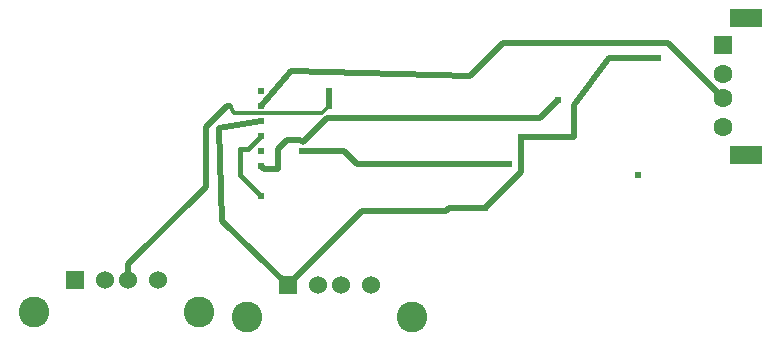
<source format=gbl>
G04 Layer: BottomLayer*
G04 EasyEDA v6.5.44, 2024-07-15 21:32:29*
G04 Gerber Generator version 0.2*
G04 Scale: 100 percent, Rotated: No, Reflected: No *
G04 Dimensions in millimeters *
G04 leading zeros omitted , absolute positions ,4 integer and 5 decimal *
%FSLAX45Y45*%
%MOMM*%

%ADD10C,0.5000*%
%ADD11C,0.4000*%
%ADD12C,0.3000*%
%ADD13R,2.8000X1.6000*%
%ADD14R,1.6000X1.6000*%
%ADD15C,1.6000*%
%ADD16C,2.6000*%
%ADD17C,1.5240*%
%ADD18R,1.5240X1.5240*%
%ADD19C,0.6200*%

%LPD*%
D10*
X2298700Y6464300D02*
G01*
X2273300Y6464300D01*
X2095500Y6286500D01*
X2095500Y5778500D01*
X1441450Y5124450D01*
X1441450Y4986781D01*
X4614418Y6995668D02*
G01*
X4337050Y6718300D01*
X2819400Y6756400D01*
X2565400Y6464300D01*
D11*
X2565400Y6210300D02*
G01*
X2451100Y6096000D01*
X2387600Y6096000D01*
X2387600Y5880100D01*
X2565400Y5702300D01*
D10*
X2565400Y6337300D02*
G01*
X2209800Y6273800D01*
X2230374Y5490718D01*
X2794761Y4948681D01*
X5211886Y6197600D02*
G01*
X5211886Y6469189D01*
X5511800Y6870700D01*
X5921159Y6870700D01*
X2565400Y5956300D02*
G01*
X2590800Y5930900D01*
X2705100Y5930900D01*
X5081270Y6515100D02*
G01*
X4928870Y6362700D01*
X3124200Y6362700D01*
X2915920Y6154420D01*
X2897886Y6172200D01*
X2781300Y6172200D01*
X2705100Y6096000D01*
X2705100Y5930900D01*
X2908300Y6083300D02*
G01*
X3263900Y6083300D01*
X3378200Y5969000D01*
X4660900Y5969000D01*
X5211886Y6197600D02*
G01*
X4764148Y6197600D01*
X3139897Y6591300D02*
G01*
X3139897Y6464300D01*
X6473697Y6529323D02*
G01*
X6005575Y6997700D01*
X4614418Y6995668D01*
X4459350Y5600700D02*
G01*
X4764150Y5905500D01*
X4764150Y6197600D01*
X4127500Y5575300D02*
G01*
X4152900Y5600700D01*
X4459350Y5600700D01*
X2794736Y4948796D02*
G01*
X3421240Y5575300D01*
X4127500Y5575300D01*
D12*
X3139947Y6464300D02*
G01*
X3076447Y6400800D01*
X2336800Y6400800D01*
X2298700Y6464300D01*
D13*
G01*
X6673748Y6049390D03*
G01*
X6673748Y7209409D03*
D14*
G01*
X6473748Y6979386D03*
D15*
G01*
X6473748Y6729399D03*
G01*
X6473748Y6529400D03*
G01*
X6473748Y6279387D03*
D16*
G01*
X2444750Y4677790D03*
G01*
X3844747Y4677790D03*
D17*
G01*
X3494735Y4948783D03*
G01*
X3244748Y4948783D03*
G01*
X3044748Y4948783D03*
D18*
G01*
X2794736Y4948783D03*
D16*
G01*
X641350Y4715890D03*
G01*
X2041347Y4715890D03*
D17*
G01*
X1691335Y4986883D03*
G01*
X1441348Y4986883D03*
G01*
X1241348Y4986883D03*
D18*
G01*
X991336Y4986883D03*
D19*
G01*
X2794736Y4948783D03*
G01*
X2565400Y6337300D03*
G01*
X2565400Y6210300D03*
G01*
X2565400Y5702300D03*
G01*
X4764150Y6197600D03*
G01*
X5755970Y5880100D03*
G01*
X3139897Y6464300D03*
G01*
X3139897Y6591300D03*
G01*
X4459350Y5600700D03*
G01*
X2565400Y6591300D03*
G01*
X6473748Y6729399D03*
G01*
X6473748Y6529400D03*
G01*
X2565400Y6083300D03*
G01*
X2908300Y6083300D03*
G01*
X4660900Y5969000D03*
G01*
X5081346Y6515100D03*
G01*
X2565400Y5956300D03*
G01*
X5921171Y6870700D03*
G01*
X5686653Y6870700D03*
G01*
X2565400Y6464300D03*
M02*

</source>
